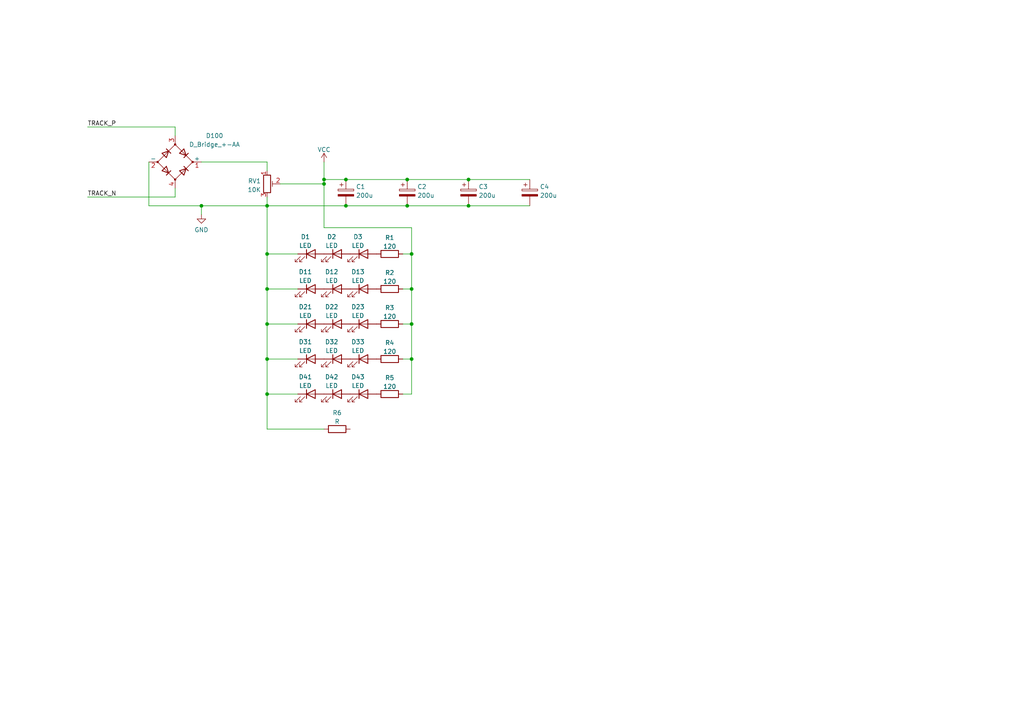
<source format=kicad_sch>
(kicad_sch (version 20211123) (generator eeschema)
  (paper "A4")
  (lib_symbols
    (symbol "Device:C_Polarized" (pin_numbers hide) (pin_names (offset 0.254))
      (property "Reference" "C" (at 0.635 2.54 0))
      (property "Value" "C_Polarized" (at 0.635 -2.54 0))
      (symbol "C_Polarized_0_1"
        (rectangle (start -2.286 0.508) (end 2.286 1.016))
        (polyline (pts (xy -1.778 2.286) (xy -0.762 2.286)))
        (polyline (pts (xy -1.27 2.794) (xy -1.27 1.778)))
        (rectangle (start 2.286 -0.508) (end -2.286 -1.016) (fill (type outline)))
      )
      (symbol "C_Polarized_1_1"
        (pin passive line (at 0 3.81 270) (length 2.794) (name "~") (number "1"))
        (pin passive line (at 0 -3.81 90) (length 2.794) (name "~") (number "2"))
      )
    )
    (symbol "Device:D_Bridge_+-AA" (pin_names (offset 0))
      (property "Reference" "D" (at 2.54 6.985 0))
      (property "Value" "D_Bridge_+-AA" (at 2.54 5.08 0))
      (symbol "D_Bridge_+-AA_0_1"
        (circle (center -5.08 0) (radius 0.254) (fill (type outline)))
        (circle (center 0 -5.08) (radius 0.254) (fill (type outline)))
        (polyline (pts (xy -2.54 3.81) (xy -1.27 2.54)) (stroke (width 0.254)))
        (polyline (pts (xy -1.27 -2.54) (xy -2.54 -3.81)) (stroke (width 0.254)))
        (polyline (pts (xy 2.54 -1.27) (xy 3.81 -2.54)) (stroke (width 0.254)))
        (polyline (pts (xy 2.54 1.27) (xy 3.81 2.54)) (stroke (width 0.254)))
        (polyline (pts (xy -3.81 2.54) (xy -2.54 1.27) (xy -1.905 3.175) (xy -3.81 2.54)) (stroke (width 0.254)))
        (polyline (pts (xy -2.54 -1.27) (xy -3.81 -2.54) (xy -1.905 -3.175) (xy -2.54 -1.27)) (stroke (width 0.254)))
        (polyline (pts (xy 1.27 2.54) (xy 2.54 3.81) (xy 3.175 1.905) (xy 1.27 2.54)) (stroke (width 0.254)))
        (polyline (pts (xy 3.175 -1.905) (xy 1.27 -2.54) (xy 2.54 -3.81) (xy 3.175 -1.905)) (stroke (width 0.254)))
        (polyline (pts (xy -5.08 0) (xy 0 -5.08) (xy 5.08 0) (xy 0 5.08) (xy -5.08 0)))
        (circle (center 0 5.08) (radius 0.254) (fill (type outline)))
        (circle (center 5.08 0) (radius 0.254) (fill (type outline)))
      )
      (symbol "D_Bridge_+-AA_1_1"
        (pin passive line (at 7.62 0 180) (length 2.54) (name "+") (number "1"))
        (pin passive line (at -7.62 0 0) (length 2.54) (name "-") (number "2"))
        (pin passive line (at 0 7.62 270) (length 2.54) (name "~") (number "3"))
        (pin passive line (at 0 -7.62 90) (length 2.54) (name "~") (number "4"))
      )
    )
    (symbol "Device:LED" (pin_numbers hide) (pin_names (offset 1.016) hide)
      (property "Reference" "D" (at 0 2.54 0))
      (property "Value" "LED" (at 0 -2.54 0))
      (symbol "LED_0_1"
        (polyline (pts (xy -1.27 -1.27) (xy -1.27 1.27)) (stroke (width 0.254)))
        (polyline (pts (xy -1.27 0) (xy 1.27 0)))
        (polyline (pts (xy 1.27 -1.27) (xy 1.27 1.27) (xy -1.27 0) (xy 1.27 -1.27)) (stroke (width 0.254)))
        (polyline (pts (xy -3.048 -0.762) (xy -4.572 -2.286) (xy -3.81 -2.286) (xy -4.572 -2.286) (xy -4.572 -1.524)))
        (polyline (pts (xy -1.778 -0.762) (xy -3.302 -2.286) (xy -2.54 -2.286) (xy -3.302 -2.286) (xy -3.302 -1.524)))
      )
      (symbol "LED_1_1"
        (pin passive line (at -3.81 0 0) (length 2.54) (name "K") (number "1"))
        (pin passive line (at 3.81 0 180) (length 2.54) (name "A") (number "2"))
      )
    )
    (symbol "Device:R" (pin_numbers hide) (pin_names (offset 0))
      (property "Reference" "R" (at 2.032 0 90))
      (property "Value" "R" (at 0 0 90))
      (symbol "R_0_1"
        (rectangle (start -1.016 -2.54) (end 1.016 2.54) (stroke (width 0.254)))
      )
      (symbol "R_1_1"
        (pin passive line (at 0 3.81 270) (length 1.27) (name "~") (number "1"))
        (pin passive line (at 0 -3.81 90) (length 1.27) (name "~") (number "2"))
      )
    )
    (symbol "Device:R_Potentiometer_Trim" (pin_names (offset 1.016) hide)
      (property "Reference" "RV" (at -4.445 0 90))
      (property "Value" "R_Potentiometer_Trim" (at -2.54 0 90))
      (symbol "R_Potentiometer_Trim_0_1"
        (polyline (pts (xy 1.524 0.762) (xy 1.524 -0.762)))
        (polyline (pts (xy 2.54 0) (xy 1.524 0)))
        (rectangle (start 1.016 2.54) (end -1.016 -2.54) (stroke (width 0.254)))
      )
      (symbol "R_Potentiometer_Trim_1_1"
        (pin passive line (at 0 3.81 270) (length 1.27) (name "1") (number "1"))
        (pin passive line (at 3.81 0 180) (length 1.27) (name "2") (number "2"))
        (pin passive line (at 0 -3.81 90) (length 1.27) (name "3") (number "3"))
      )
    )
    (symbol "power:GND" (power) (pin_names (offset 0))
      (property "Value" "GND" (at 0 -3.81 0))
      (symbol "GND_0_1"
        (polyline (pts (xy 0 0) (xy 0 -1.27) (xy 1.27 -1.27) (xy 0 -2.54) (xy -1.27 -1.27) (xy 0 -1.27)))
      )
      (symbol "GND_1_1"
        (pin power_in line (at 0 0 270) (length 0) hide (name "GND") (number "1"))
      )
    )
    (symbol "power:VCC" (power) (pin_names (offset 0))
      (property "Value" "VCC" (at 0 3.81 0))
      (symbol "VCC_0_1"
        (polyline (pts (xy -0.762 1.27) (xy 0 2.54)))
        (polyline (pts (xy 0 0) (xy 0 2.54)))
        (polyline (pts (xy 0 2.54) (xy 0.762 1.27)))
      )
      (symbol "VCC_1_1"
        (pin power_in line (at 0 0 90) (length 0) hide (name "VCC") (number "1"))
      )
    )
  )
  (junction (at 118.11 52.07))
  (junction (at 77.47 59.69))
  (junction (at 77.47 114.3))
  (junction (at 119.38 83.82))
  (junction (at 77.47 73.66))
  (junction (at 135.89 52.07))
  (junction (at 58.42 59.69))
  (junction (at 119.38 73.66))
  (junction (at 135.89 59.69))
  (junction (at 77.47 83.82))
  (junction (at 118.11 59.69))
  (junction (at 77.47 93.98))
  (junction (at 93.98 52.07))
  (junction (at 119.38 104.14))
  (junction (at 100.33 52.07))
  (junction (at 119.38 93.98))
  (junction (at 77.47 104.14))
  (junction (at 100.33 59.69))
  (junction (at 93.98 53.34))
  (wire (pts (xy 25.4 57.15) (xy 50.8 57.15)))
  (wire (pts (xy 25.4 36.83) (xy 50.8 36.83)))
  (wire (pts (xy 119.38 93.98) (xy 116.84 93.98)))
  (wire (pts (xy 119.38 83.82) (xy 119.38 93.98)))
  (wire (pts (xy 119.38 66.04) (xy 119.38 73.66)))
  (wire (pts (xy 86.36 73.66) (xy 77.47 73.66)))
  (wire (pts (xy 77.47 104.14) (xy 77.47 114.3)))
  (wire (pts (xy 43.18 59.69) (xy 58.42 59.69)))
  (wire (pts (xy 77.47 83.82) (xy 77.47 73.66)))
  (wire (pts (xy 119.38 73.66) (xy 119.38 83.82)))
  (wire (pts (xy 93.98 46.99) (xy 93.98 52.07)))
  (wire (pts (xy 77.47 57.15) (xy 77.47 59.69)))
  (wire (pts (xy 119.38 83.82) (xy 116.84 83.82)))
  (wire (pts (xy 93.98 66.04) (xy 119.38 66.04)))
  (wire (pts (xy 77.47 124.46) (xy 93.98 124.46)))
  (wire (pts (xy 58.42 59.69) (xy 77.47 59.69)))
  (wire (pts (xy 77.47 114.3) (xy 77.47 124.46)))
  (wire (pts (xy 119.38 104.14) (xy 116.84 104.14)))
  (wire (pts (xy 50.8 54.61) (xy 50.8 57.15)))
  (wire (pts (xy 77.47 93.98) (xy 77.47 104.14)))
  (wire (pts (xy 77.47 59.69) (xy 77.47 73.66)))
  (wire (pts (xy 86.36 104.14) (xy 77.47 104.14)))
  (wire (pts (xy 81.28 53.34) (xy 93.98 53.34)))
  (wire (pts (xy 100.33 59.69) (xy 118.11 59.69)))
  (wire (pts (xy 86.36 114.3) (xy 77.47 114.3)))
  (wire (pts (xy 118.11 52.07) (xy 135.89 52.07)))
  (wire (pts (xy 50.8 39.37) (xy 50.8 36.83)))
  (wire (pts (xy 119.38 114.3) (xy 116.84 114.3)))
  (wire (pts (xy 119.38 73.66) (xy 116.84 73.66)))
  (wire (pts (xy 58.42 59.69) (xy 58.42 62.23)))
  (wire (pts (xy 100.33 52.07) (xy 118.11 52.07)))
  (wire (pts (xy 118.11 59.69) (xy 135.89 59.69)))
  (wire (pts (xy 135.89 52.07) (xy 153.67 52.07)))
  (wire (pts (xy 135.89 59.69) (xy 153.67 59.69)))
  (wire (pts (xy 93.98 53.34) (xy 93.98 52.07)))
  (wire (pts (xy 119.38 93.98) (xy 119.38 104.14)))
  (wire (pts (xy 77.47 46.99) (xy 77.47 49.53)))
  (wire (pts (xy 77.47 59.69) (xy 100.33 59.69)))
  (wire (pts (xy 58.42 46.99) (xy 77.47 46.99)))
  (wire (pts (xy 86.36 83.82) (xy 77.47 83.82)))
  (wire (pts (xy 119.38 104.14) (xy 119.38 114.3)))
  (wire (pts (xy 86.36 93.98) (xy 77.47 93.98)))
  (wire (pts (xy 43.18 46.99) (xy 43.18 59.69)))
  (wire (pts (xy 93.98 52.07) (xy 100.33 52.07)))
  (wire (pts (xy 93.98 53.34) (xy 93.98 66.04)))
  (wire (pts (xy 77.47 83.82) (xy 77.47 93.98)))
  (label "TRACK_N" (at 25.4 57.15 0))
  (label "TRACK_P" (at 25.4 36.83 0))
  (symbol (lib_id "Device:C_Polarized") (at 153.67 55.88 0) (unit 1)
    (property "Reference" "C4" (at 156.591 54.1563 0) (effects (justify left)))
    (property "Value" "200u" (at 156.591 56.6932 0) (effects (justify left)))
    (property "Footprint" "Capacitor_Tantalum_SMD:CP_EIA-7343-31_Kemet-D_Pad2.25x2.55mm_HandSolder" (effects hide))
  )
  (symbol (lib_id "Device:LED") (at 105.41 114.3 0) (unit 1)
    (property "Reference" "D43" (at 103.8225 109.3302 0))
    (property "Value" "LED" (at 103.8225 111.8671 0))
    (property "Footprint" "LED_SMD:LED_PLCC_2835_Handsoldering" (effects hide))
  )
  (symbol (lib_id "Device:R") (at 113.03 114.3 90) (unit 1)
    (property "Reference" "R5" (at 113.03 109.5842 90))
    (property "Value" "120" (at 113.03 112.1211 90))
    (property "Footprint" "Resistor_SMD:R_1206_3216Metric_Pad1.30x1.75mm_HandSolder" (effects hide))
  )
  (symbol (lib_id "Device:LED") (at 97.79 93.98 0) (unit 1)
    (property "Reference" "D22" (at 96.2025 89.0102 0))
    (property "Value" "LED" (at 96.2025 91.5471 0))
    (property "Footprint" "LED_SMD:LED_PLCC_2835_Handsoldering" (effects hide))
  )
  (symbol (lib_id "Device:LED") (at 90.17 83.82 0) (unit 1)
    (property "Reference" "D11" (at 88.5825 78.8502 0))
    (property "Value" "LED" (at 88.5825 81.3871 0))
    (property "Footprint" "LED_SMD:LED_PLCC_2835_Handsoldering" (effects hide))
  )
  (symbol (lib_id "Device:R") (at 113.03 83.82 90) (unit 1)
    (property "Reference" "R2" (at 113.03 79.1042 90))
    (property "Value" "120" (at 113.03 81.6411 90))
    (property "Footprint" "Resistor_SMD:R_1206_3216Metric_Pad1.30x1.75mm_HandSolder" (effects hide))
  )
  (symbol (lib_id "Device:LED") (at 90.17 104.14 0) (unit 1)
    (property "Reference" "D31" (at 88.5825 99.1702 0))
    (property "Value" "LED" (at 88.5825 101.7071 0))
    (property "Footprint" "LED_SMD:LED_PLCC_2835_Handsoldering" (effects hide))
  )
  (symbol (lib_id "Device:LED") (at 90.17 114.3 0) (unit 1)
    (property "Reference" "D41" (at 88.5825 109.3302 0))
    (property "Value" "LED" (at 88.5825 111.8671 0))
    (property "Footprint" "LED_SMD:LED_PLCC_2835_Handsoldering" (effects hide))
  )
  (symbol (lib_id "Device:D_Bridge_+-AA") (at 50.8 46.99 0) (unit 1)
    (property "Reference" "D100" (at 62.23 39.37 0))
    (property "Value" "D_Bridge_+-AA" (at 62.23 41.91 0))
    (property "Footprint" "Package_TO_SOT_SMD:TO-269AA" (effects hide))
  )
  (symbol (lib_id "Device:LED") (at 97.79 104.14 0) (unit 1)
    (property "Reference" "D32" (at 96.2025 99.1702 0))
    (property "Value" "LED" (at 96.2025 101.7071 0))
    (property "Footprint" "LED_SMD:LED_PLCC_2835_Handsoldering" (effects hide))
  )
  (symbol (lib_id "power:GND") (at 58.42 62.23 0) (unit 1)
    (property "Reference" "#PWR0102" (effects hide))
    (property "Value" "GND" (at 58.42 66.6734 0))
  )
  (symbol (lib_id "power:VCC") (at 93.98 46.99 0) (unit 1)
    (property "Reference" "#PWR0101" (effects hide))
    (property "Value" "VCC" (at 93.98 43.4142 0))
  )
  (symbol (lib_id "Device:LED") (at 97.79 73.66 0) (unit 1)
    (property "Reference" "D2" (at 96.2025 68.6902 0))
    (property "Value" "LED" (at 96.2025 71.2271 0))
    (property "Footprint" "LED_SMD:LED_PLCC_2835_Handsoldering" (effects hide))
  )
  (symbol (lib_id "Device:R_Potentiometer_Trim") (at 77.47 53.34 0) (unit 1)
    (property "Reference" "RV1" (at 75.692 52.5053 0) (effects (justify right)))
    (property "Value" "10K" (at 75.692 55.0422 0) (effects (justify right)))
    (property "Footprint" "Potentiometer_SMD:Potentiometer_Bourns_TC33X_Vertical" (effects hide))
  )
  (symbol (lib_id "Device:LED") (at 105.41 73.66 0) (unit 1)
    (property "Reference" "D3" (at 103.8225 68.6902 0))
    (property "Value" "LED" (at 103.8225 71.2271 0))
    (property "Footprint" "LED_SMD:LED_PLCC_2835_Handsoldering" (effects hide))
  )
  (symbol (lib_id "Device:R") (at 113.03 73.66 90) (unit 1)
    (property "Reference" "R1" (at 113.03 68.9442 90))
    (property "Value" "120" (at 113.03 71.4811 90))
    (property "Footprint" "Resistor_SMD:R_1206_3216Metric_Pad1.30x1.75mm_HandSolder" (effects hide))
  )
  (symbol (lib_id "Device:LED") (at 90.17 73.66 0) (unit 1)
    (property "Reference" "D1" (at 88.5825 68.6902 0))
    (property "Value" "LED" (at 88.5825 71.2271 0))
    (property "Footprint" "LED_SMD:LED_PLCC_2835_Handsoldering" (effects hide))
  )
  (symbol (lib_id "Device:C_Polarized") (at 100.33 55.88 0) (unit 1)
    (property "Reference" "C1" (at 103.251 54.1563 0) (effects (justify left)))
    (property "Value" "200u" (at 103.251 56.6932 0) (effects (justify left)))
    (property "Footprint" "Capacitor_Tantalum_SMD:CP_EIA-7343-31_Kemet-D_Pad2.25x2.55mm_HandSolder" (effects hide))
  )
  (symbol (lib_id "Device:LED") (at 97.79 114.3 0) (unit 1)
    (property "Reference" "D42" (at 96.2025 109.3302 0))
    (property "Value" "LED" (at 96.2025 111.8671 0))
    (property "Footprint" "LED_SMD:LED_PLCC_2835_Handsoldering" (effects hide))
  )
  (symbol (lib_id "Device:LED") (at 105.41 104.14 0) (unit 1)
    (property "Reference" "D33" (at 103.8225 99.1702 0))
    (property "Value" "LED" (at 103.8225 101.7071 0))
    (property "Footprint" "LED_SMD:LED_PLCC_2835_Handsoldering" (effects hide))
  )
  (symbol (lib_id "Device:C_Polarized") (at 118.11 55.88 0) (unit 1)
    (property "Reference" "C2" (at 121.031 54.1563 0) (effects (justify left)))
    (property "Value" "200u" (at 121.031 56.6932 0) (effects (justify left)))
    (property "Footprint" "Capacitor_Tantalum_SMD:CP_EIA-7343-31_Kemet-D_Pad2.25x2.55mm_HandSolder" (effects hide))
  )
  (symbol (lib_id "Device:LED") (at 90.17 93.98 0) (unit 1)
    (property "Reference" "D21" (at 88.5825 89.0102 0))
    (property "Value" "LED" (at 88.5825 91.5471 0))
    (property "Footprint" "LED_SMD:LED_PLCC_2835_Handsoldering" (effects hide))
  )
  (symbol (lib_id "Device:R") (at 113.03 93.98 90) (unit 1)
    (property "Reference" "R3" (at 113.03 89.2642 90))
    (property "Value" "120" (at 113.03 91.8011 90))
    (property "Footprint" "Resistor_SMD:R_1206_3216Metric_Pad1.30x1.75mm_HandSolder" (effects hide))
  )
  (symbol (lib_id "Device:C_Polarized") (at 135.89 55.88 0) (unit 1)
    (property "Reference" "C3" (at 138.811 54.1563 0) (effects (justify left)))
    (property "Value" "200u" (at 138.811 56.6932 0) (effects (justify left)))
    (property "Footprint" "Capacitor_Tantalum_SMD:CP_EIA-7343-31_Kemet-D_Pad2.25x2.55mm_HandSolder" (effects hide))
  )
  (symbol (lib_id "Device:R") (at 113.03 104.14 90) (unit 1)
    (property "Reference" "R4" (at 113.03 99.4242 90))
    (property "Value" "120" (at 113.03 101.9611 90))
    (property "Footprint" "Resistor_SMD:R_1206_3216Metric_Pad1.30x1.75mm_HandSolder" (effects hide))
  )
  (symbol (lib_id "Device:LED") (at 105.41 83.82 0) (unit 1)
    (property "Reference" "D13" (at 103.8225 78.8502 0))
    (property "Value" "LED" (at 103.8225 81.3871 0))
    (property "Footprint" "LED_SMD:LED_PLCC_2835_Handsoldering" (effects hide))
  )
  (symbol (lib_id "Device:R") (at 97.79 124.46 270) (unit 1)
    (property "Reference" "R6" (at 97.79 119.7442 90))
    (property "Value" "R" (at 97.79 122.2811 90))
    (property "Footprint" "Resistor_SMD:R_1206_3216Metric_Pad1.30x1.75mm_HandSolder" (effects hide))
  )
  (symbol (lib_id "Device:LED") (at 105.41 93.98 0) (unit 1)
    (property "Reference" "D23" (at 103.8225 89.0102 0))
    (property "Value" "LED" (at 103.8225 91.5471 0))
    (property "Footprint" "LED_SMD:LED_PLCC_2835_Handsoldering" (effects hide))
  )
  (symbol (lib_id "Device:LED") (at 97.79 83.82 0) (unit 1)
    (property "Reference" "D12" (at 96.2025 78.8502 0))
    (property "Value" "LED" (at 96.2025 81.3871 0))
    (property "Footprint" "LED_SMD:LED_PLCC_2835_Handsoldering" (effects hide))
  )
)
</source>
